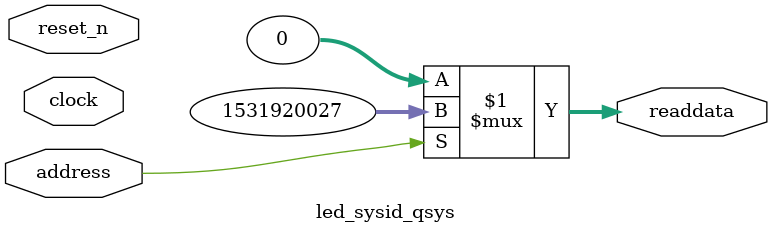
<source format=v>

`timescale 1ns / 1ps
// synthesis translate_on

// turn off superfluous verilog processor warnings 
// altera message_level Level1 
// altera message_off 10034 10035 10036 10037 10230 10240 10030 

module led_sysid_qsys (
               // inputs:
                address,
                clock,
                reset_n,

               // outputs:
                readdata
             )
;

  output  [ 31: 0] readdata;
  input            address;
  input            clock;
  input            reset_n;

  wire    [ 31: 0] readdata;
  //control_slave, which is an e_avalon_slave
  assign readdata = address ? 1531920027 : 0;

endmodule




</source>
